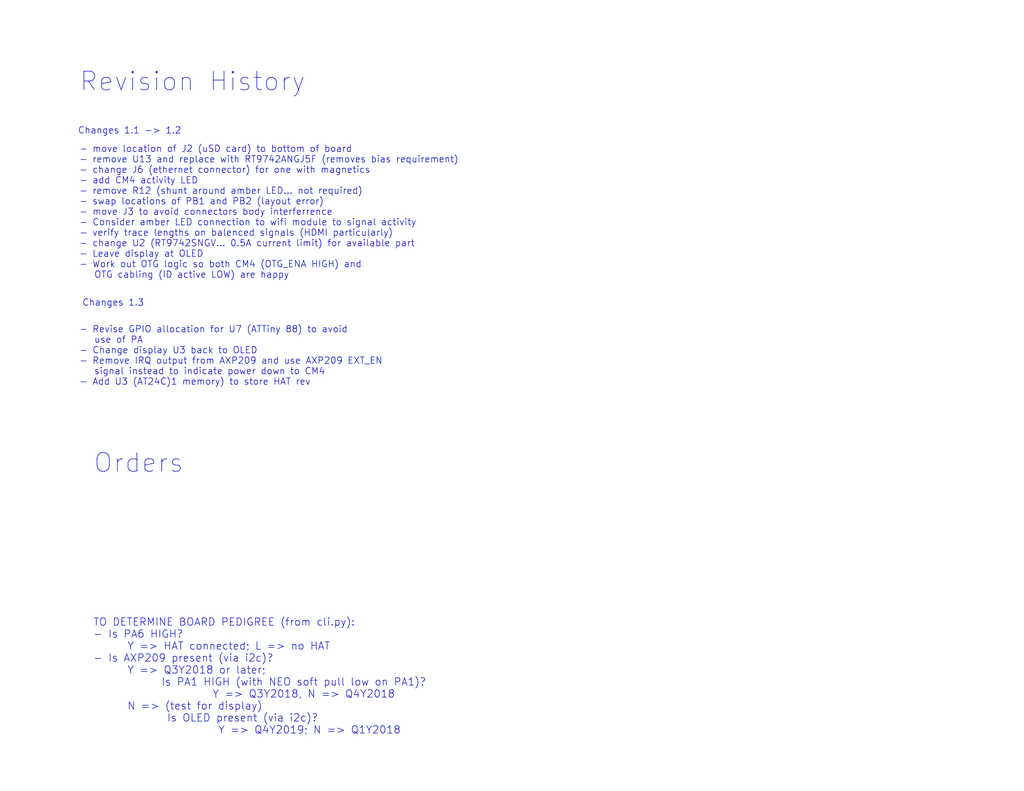
<source format=kicad_sch>
(kicad_sch (version 20210406) (generator eeschema)
  (paper "USLetter")
  (title_block (title "ConnectBox HAT using RPi CM4") (date "2021-07-22") (rev "1.3") (comment 1 "JRA"))
  (lib_symbols)
  (text "Revision History" (at 21.59 25.4 0) (effects (font (size 5.08 5.08)) (justify left bottom)))
  (text "- move location of J2 (uSD card) to bottom of board\n- remove U13 and replace with RT9742ANGJ5F (removes bias requirement)\n- change J6 (ethernet connector) for one with magnetics\n- add CM4 activity LED\n- remove R12 (shunt around amber LED... not required)\n- swap locations of PB1 and PB2 (layout error)\n- move J3 to avoid connectors body interferrence\n- Consider amber LED connection to wifi module to signal activity\n- verify trace lengths on balenced signals (HDMI particularly)\n- change U2 (RT9742SNGV... 0.5A current limit) for available part\n- Leave display at OLED\n- Work out OTG logic so both CM4 (OTG_ENA HIGH) and\n   OTG cabling (ID active LOW) are happy\n" (at 21.59 76.2 0) (effects (font (size 1.778 1.778)) (justify left bottom)))
  (text "- Revise GPIO allocation for U7 (ATTiny 88) to avoid\n   use of PA\n- Change display U3 back to OLED\n- Remove IRQ output from AXP209 and use AXP209 EXT_EN\n   signal instead to indicate power down to CM4\n- Add U3 (AT24C)1 memory) to store HAT rev" (at 21.59 105.41 0) (effects (font (size 1.778 1.778)) (justify left bottom)))
  (text "Orders" (at 25.4 129.54 0) (effects (font (size 5.08 5.08)) (justify left bottom)))
  (text "TO DETERMINE BOARD PEDIGREE (from cli.py):\n- Is PA6 HIGH? \n      Y => HAT connected; L => no HAT\n- Is AXP209 present (via i2c)? \n      Y => Q3Y2018 or later; \n            Is PA1 HIGH (with NEO soft pull low on PA1)? \n                     Y => Q3Y2018, N => Q4Y2018\n      N => (test for display)\n             Is OLED present (via i2c)? \n                      Y => Q4Y2019; N => Q1Y2018" (at 25.4 200.66 0) (effects (font (size 2.032 2.032)) (justify left bottom)))
  (text "Changes 1.3\n" (at 39.37 83.82 180) (effects (font (size 1.778 1.778)) (justify right bottom)))
  (text "Changes 1.1 -> 1.2\n" (at 49.53 36.83 180) (effects (font (size 1.778 1.778)) (justify right bottom)))
)
</source>
